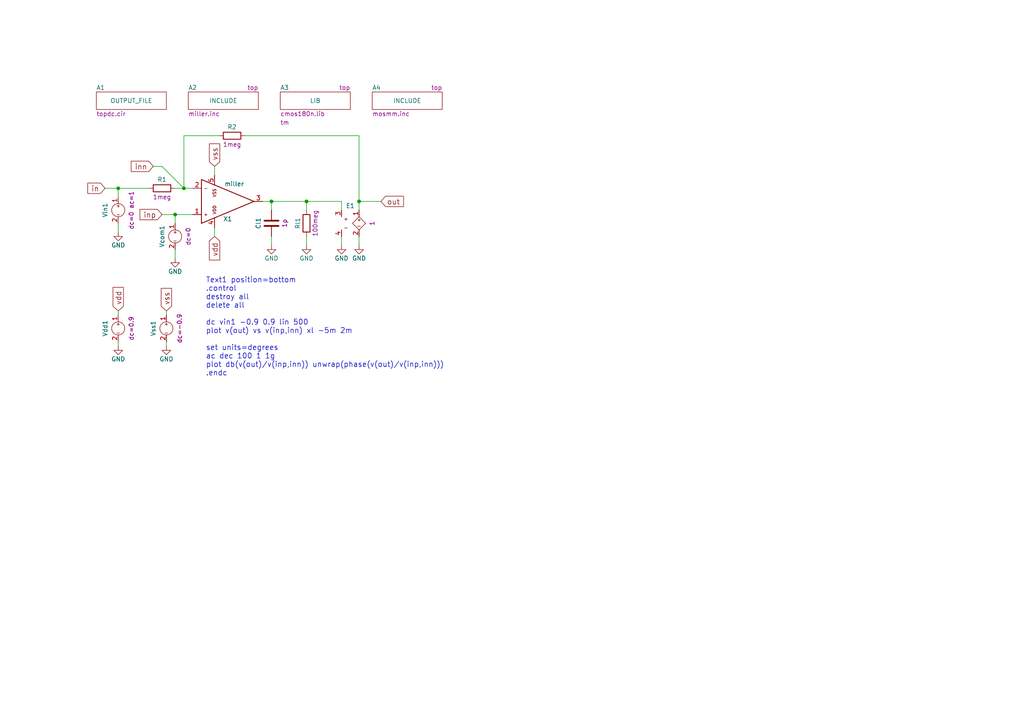
<source format=kicad_sch>
(kicad_sch (version 20211123) (generator eeschema)
  (paper "A4")
  (lib_symbols
    (symbol "power:GND" (power) (pin_names (offset 0))
      (property "Value" "GND" (at 0 -3.81 0))
      (symbol "GND_0_1"
        (polyline (pts (xy 0 0) (xy 0 -1.27) (xy 1.27 -1.27) (xy 0 -2.54) (xy -1.27 -1.27) (xy 0 -1.27)))
      )
      (symbol "GND_1_1"
        (pin power_in line (at 0 0 270) (length 0) hide (name "GND") (number "1"))
      )
    )
    (symbol "pyopus:CAP" (pin_numbers hide) (pin_names (offset 0.254))
      (property "Reference" "C" (at -3.81 0 90))
      (property "c" "<capacitance>" (at 3.81 0 90))
      (symbol "CAP_0_1"
        (polyline (pts (xy -2.032 -0.762) (xy 2.032 -0.762)) (stroke (width 0.508)))
        (polyline (pts (xy -2.032 0.762) (xy 2.032 0.762)) (stroke (width 0.508)))
      )
      (symbol "CAP_1_1"
        (pin passive line (at 0 3.81 270) (length 2.794) (name "~") (number "1"))
        (pin passive line (at 0 -3.81 90) (length 2.794) (name "~") (number "2"))
      )
    )
    (symbol "pyopus:INCLUDE" (pin_names (offset 1.016))
      (property "Reference" "A" (at -10.16 1.27 0))
      (property "Value" "INCLUDE" (at 0 -2.54 0))
      (property "Filename" "<file name>" (at -10.16 -6.35 0))
      (property "Position" "top" (at 10.16 1.27 0))
      (symbol "INCLUDE_0_1"
        (rectangle (start -10.16 0) (end 10.16 -5.08))
      )
    )
    (symbol "pyopus:LIB" (pin_names (offset 1.016))
      (property "Reference" "A" (at -10.16 1.27 0))
      (property "Value" "LIB" (at 0 -2.54 0))
      (property "Filename" "<file name>" (at -10.16 -6.35 0))
      (property "Section" "<section>" (at -10.16 -8.89 0))
      (property "Position" "top" (at 10.16 1.27 0))
      (symbol "LIB_0_1"
        (rectangle (start -10.16 0) (end 10.16 -5.08))
      )
    )
    (symbol "pyopus:OPAMP" (pin_names hide)
      (property "Reference" "X" (at 0 5.08 0))
      (property "Value" "OPAMP" (at 1.905 -5.08 0))
      (symbol "OPAMP_0_0"
        (text "+" (at -6.985 3.81 0) (effects (font (size 0.889 0.889)) (justify left)))
        (text "-" (at -6.985 -3.81 0) (effects (font (size 0.889 0.889)) (justify left)))
        (text "VDD" (at -3.81 3.81 900) (effects (font (size 0.889 0.889)) (justify right)))
        (text "VSS" (at -3.81 -3.81 900) (effects (font (size 0.889 0.889)) (justify left)))
      )
      (symbol "OPAMP_0_1"
        (polyline (pts (xy -7.62 6.35) (xy -7.62 -6.35) (xy 7.62 0) (xy -7.62 6.35)) (stroke (width 0.254)))
      )
      (symbol "OPAMP_1_1"
        (pin input line (at -10.16 3.81 0) (length 2.54) (name "+") (number "1"))
        (pin input line (at -10.16 -3.81 0) (length 2.54) (name "-") (number "2"))
        (pin output line (at 10.16 0 180) (length 2.54) (name "out") (number "3"))
        (pin input line (at -3.81 7.62 270) (length 2.921) (name "vdd") (number "4"))
        (pin input line (at -3.81 -7.62 90) (length 2.921) (name "vss") (number "5"))
      )
    )
    (symbol "pyopus:OUTPUT_FILE" (pin_names (offset 1.016))
      (property "Reference" "A" (at -10.16 1.27 0))
      (property "Value" "OUTPUT_FILE" (at 0 -2.54 0))
      (property "Name" "<file name>" (at -10.16 -6.35 0))
      (symbol "OUTPUT_FILE_0_1"
        (rectangle (start -10.16 0) (end 10.16 -5.08))
      )
    )
    (symbol "pyopus:RES" (pin_numbers hide) (pin_names (offset 0))
      (property "Reference" "R" (at -2.54 0 90))
      (property "r" "<resistance>" (at 2.54 0 90))
      (symbol "RES_0_1"
        (rectangle (start -1.016 -2.54) (end 1.016 2.54) (stroke (width 0.254)))
      )
      (symbol "RES_1_1"
        (pin passive line (at 0 3.81 270) (length 1.27) (name "~") (number "1"))
        (pin passive line (at 0 -3.81 90) (length 1.27) (name "~") (number "2"))
      )
    )
    (symbol "pyopus:VCVS" (pin_names (offset 0) hide)
      (property "Reference" "E" (at 0 5.08 0))
      (property "gain" "<gain>" (at 6.35 0 90))
      (symbol "VCVS_0_0"
        (polyline (pts (xy 2.54 1.905) (xy 0.635 0) (xy 2.54 -1.905) (xy 4.445 0) (xy 2.54 1.905)) (stroke (width 0.1524)))
        (text "+" (at -1.27 1.27 0) (effects (font (size 0.9906 0.9906))))
        (text "+" (at 2.54 1.016 0) (effects (font (size 0.9906 0.9906))))
        (text "-" (at -1.27 -1.27 0) (effects (font (size 0.9906 0.9906))))
        (text "-" (at 2.54 -0.762 0) (effects (font (size 0.9906 0.9906))))
      )
      (symbol "VCVS_1_1"
        (pin passive line (at 2.54 3.81 270) (length 1.905) (name "P") (number "1"))
        (pin power_out line (at 2.54 -3.81 90) (length 1.905) (name "N") (number "2"))
        (pin input line (at -2.54 3.81 270) (length 1.905) (name "CP") (number "3"))
        (pin input line (at -2.54 -3.81 90) (length 1.905) (name "CN") (number "4"))
      )
    )
    (symbol "pyopus:VSRC" (pin_names (offset 0) hide)
      (property "Reference" "V" (at -3.81 0 90))
      (property "Specification" "dc=0" (at 3.81 0 90))
      (symbol "VSRC_0_0"
        (circle (center 0 0) (radius 1.905) (stroke (width 0.1524)))
        (text "+" (at 0 1.27 0) (effects (font (size 0.9906 0.9906))))
        (text "-" (at 0 -1.27 0) (effects (font (size 0.9906 0.9906))))
      )
      (symbol "VSRC_1_1"
        (pin passive line (at 0 3.81 270) (length 1.905) (name "P") (number "1"))
        (pin power_out line (at 0 -3.81 90) (length 1.905) (name "N") (number "2"))
      )
    )
  )
  (junction (at 104.14 58.42))
  (junction (at 50.8 62.23))
  (junction (at 34.29 54.61))
  (junction (at 53.34 54.61))
  (junction (at 88.9 58.42))
  (junction (at 78.74 58.42))
  (wire (pts (xy 104.14 58.42) (xy 104.14 60.96)))
  (wire (pts (xy 76.2 58.42) (xy 78.74 58.42)))
  (wire (pts (xy 46.99 48.26) (xy 44.45 48.26)))
  (wire (pts (xy 104.14 58.42) (xy 110.49 58.42)))
  (wire (pts (xy 34.29 54.61) (xy 43.18 54.61)))
  (wire (pts (xy 50.8 54.61) (xy 53.34 54.61)))
  (wire (pts (xy 34.29 57.15) (xy 34.29 54.61)))
  (wire (pts (xy 88.9 68.58) (xy 88.9 71.12)))
  (wire (pts (xy 48.26 99.06) (xy 48.26 100.33)))
  (wire (pts (xy 53.34 39.37) (xy 63.5 39.37)))
  (wire (pts (xy 62.23 66.04) (xy 62.23 68.58)))
  (wire (pts (xy 78.74 58.42) (xy 88.9 58.42)))
  (wire (pts (xy 34.29 99.06) (xy 34.29 100.33)))
  (wire (pts (xy 53.34 54.61) (xy 55.88 54.61)))
  (wire (pts (xy 71.12 39.37) (xy 104.14 39.37)))
  (wire (pts (xy 53.34 54.61) (xy 46.99 48.26)))
  (wire (pts (xy 50.8 62.23) (xy 55.88 62.23)))
  (wire (pts (xy 88.9 58.42) (xy 99.06 58.42)))
  (wire (pts (xy 62.23 50.8) (xy 62.23 48.26)))
  (wire (pts (xy 30.48 54.61) (xy 34.29 54.61)))
  (wire (pts (xy 88.9 58.42) (xy 88.9 60.96)))
  (wire (pts (xy 104.14 39.37) (xy 104.14 58.42)))
  (wire (pts (xy 78.74 71.12) (xy 78.74 68.58)))
  (wire (pts (xy 99.06 58.42) (xy 99.06 60.96)))
  (wire (pts (xy 46.99 62.23) (xy 50.8 62.23)))
  (wire (pts (xy 50.8 62.23) (xy 50.8 64.77)))
  (wire (pts (xy 99.06 68.58) (xy 99.06 71.12)))
  (wire (pts (xy 53.34 39.37) (xy 53.34 54.61)))
  (wire (pts (xy 50.8 72.39) (xy 50.8 74.93)))
  (wire (pts (xy 78.74 60.96) (xy 78.74 58.42)))
  (wire (pts (xy 104.14 68.58) (xy 104.14 71.12)))
  (wire (pts (xy 34.29 64.77) (xy 34.29 67.31)))
  (wire (pts (xy 34.29 91.44) (xy 34.29 90.17)))
  (wire (pts (xy 48.26 91.44) (xy 48.26 90.17)))
  (text "Text1 position=bottom\n.control\ndestroy all\ndelete all\n\ndc vin1 -0.9 0.9 lin 500\nplot v(out) vs v(inp,inn) xl -5m 2m\n\nset units=degrees\nac dec 100 1 1g\nplot db(v(out)/v(inp,inn)) unwrap(phase(v(out)/v(inp,inn)))\n.endc\n" (at 59.69 109.22 0) (effects (font (size 1.524 1.524)) (justify left bottom)))
  (global_label "vdd" (shape input) (at 62.23 68.58 270) (effects (font (size 1.524 1.524))) (property "Intersheet References" "${INTERSHEET_REFS}" (effects hide)))
  (global_label "vss" (shape input) (at 62.23 48.26 90) (effects (font (size 1.524 1.524))) (property "Intersheet References" "${INTERSHEET_REFS}" (effects hide)))
  (global_label "in" (shape input) (at 30.48 54.61 180) (effects (font (size 1.524 1.524))) (property "Intersheet References" "${INTERSHEET_REFS}" (effects hide)))
  (global_label "inp" (shape input) (at 46.99 62.23 180) (effects (font (size 1.524 1.524))) (property "Intersheet References" "${INTERSHEET_REFS}" (effects hide)))
  (global_label "out" (shape input) (at 110.49 58.42 0) (effects (font (size 1.524 1.524))) (property "Intersheet References" "${INTERSHEET_REFS}" (effects hide)))
  (global_label "vdd" (shape input) (at 34.29 90.17 90) (effects (font (size 1.524 1.524))) (property "Intersheet References" "${INTERSHEET_REFS}" (effects hide)))
  (global_label "inn" (shape input) (at 44.45 48.26 180) (effects (font (size 1.524 1.524))) (property "Intersheet References" "${INTERSHEET_REFS}" (effects hide)))
  (global_label "vss" (shape input) (at 48.26 90.17 90) (effects (font (size 1.524 1.524))) (property "Intersheet References" "${INTERSHEET_REFS}" (effects hide)))
  (symbol (lib_id "pyopus:OPAMP") (at 66.04 58.42 0) (mirror x) (unit 1)
    (property "Reference" "X1" (at 66.04 63.5 0))
    (property "Value" "miller" (at 67.945 53.34 0))
  )
  (symbol (lib_id "pyopus:VSRC") (at 48.26 95.25 0) (unit 1)
    (property "Reference" "Vss1" (at 44.45 95.25 90))
    (property "Value" "VSRC" (effects hide))
    (property "Specification" "dc=-0.9" (at 52.07 95.25 90))
  )
  (symbol (lib_id "pyopus:VSRC") (at 34.29 95.25 0) (unit 1)
    (property "Reference" "Vdd1" (at 30.48 95.25 90))
    (property "Value" "VSRC" (effects hide))
    (property "Specification" "dc=0.9" (at 38.1 95.25 90))
  )
  (symbol (lib_id "pyopus:RES") (at 67.31 39.37 270) (unit 1)
    (property "Reference" "R2" (at 67.31 36.83 90))
    (property "Value" "RES" (effects hide))
    (property "r" "1meg" (at 67.31 41.91 90))
  )
  (symbol (lib_id "pyopus:RES") (at 46.99 54.61 270) (unit 1)
    (property "Reference" "R1" (at 46.99 52.07 90))
    (property "Value" "RES" (effects hide))
    (property "r" "1meg" (at 46.99 57.15 90))
  )
  (symbol (lib_id "pyopus:VSRC") (at 50.8 68.58 0) (unit 1)
    (property "Reference" "Vcom1" (at 46.99 68.58 90))
    (property "Value" "VSRC" (effects hide))
    (property "Specification" "dc=0" (at 54.61 68.58 90))
  )
  (symbol (lib_id "power:GND") (at 48.26 100.33 0) (unit 1)
    (property "Reference" "#PWR01" (effects hide))
    (property "Value" "GND" (at 48.26 104.14 0))
  )
  (symbol (lib_id "power:GND") (at 34.29 100.33 0) (unit 1)
    (property "Reference" "#PWR02" (effects hide))
    (property "Value" "GND" (at 34.29 104.14 0))
  )
  (symbol (lib_id "power:GND") (at 50.8 74.93 0) (unit 1)
    (property "Reference" "#PWR03" (effects hide))
    (property "Value" "GND" (at 50.8 78.74 0))
  )
  (symbol (lib_id "pyopus:VSRC") (at 34.29 60.96 0) (unit 1)
    (property "Reference" "Vin1" (at 30.48 60.96 90))
    (property "Value" "VSRC" (effects hide))
    (property "Specification" "dc=0 ac=1" (at 38.1 60.96 90))
  )
  (symbol (lib_id "power:GND") (at 34.29 67.31 0) (unit 1)
    (property "Reference" "#PWR04" (effects hide))
    (property "Value" "GND" (at 34.29 71.12 0))
  )
  (symbol (lib_id "pyopus:OUTPUT_FILE") (at 38.1 26.67 0) (unit 1)
    (property "Reference" "A1" (at 27.94 25.4 0) (effects (justify left)))
    (property "Value" "OUTPUT_FILE" (at 38.1 29.21 0))
    (property "Name" "topdc.cir" (at 27.94 33.02 0) (effects (justify left)))
  )
  (symbol (lib_id "pyopus:INCLUDE") (at 64.77 26.67 0) (unit 1)
    (property "Reference" "A2" (at 54.61 25.4 0) (effects (justify left)))
    (property "Value" "INCLUDE" (at 64.77 29.21 0))
    (property "Filename" "miller.inc" (at 54.61 33.02 0) (effects (justify left)))
    (property "Position" "top" (at 74.93 25.4 0) (effects (justify right)))
  )
  (symbol (lib_id "pyopus:LIB") (at 91.44 26.67 0) (unit 1)
    (property "Reference" "A3" (at 81.28 25.4 0) (effects (justify left)))
    (property "Value" "LIB" (at 91.44 29.21 0))
    (property "Filename" "cmos180n.lib" (at 81.28 33.02 0) (effects (justify left)))
    (property "Section" "tm" (at 81.28 35.56 0) (effects (justify left)))
    (property "Position" "top" (at 101.6 25.4 0) (effects (justify right)))
  )
  (symbol (lib_id "pyopus:CAP") (at 78.74 64.77 0) (unit 1)
    (property "Reference" "Cl1" (at 74.93 64.77 90))
    (property "Value" "CAP" (effects hide))
    (property "c" "1p" (at 82.55 64.77 90))
  )
  (symbol (lib_id "power:GND") (at 78.74 71.12 0) (unit 1)
    (property "Reference" "#PWR05" (effects hide))
    (property "Value" "GND" (at 78.74 74.93 0))
  )
  (symbol (lib_id "pyopus:INCLUDE") (at 118.11 26.67 0) (unit 1)
    (property "Reference" "A4" (at 107.95 25.4 0) (effects (justify left)))
    (property "Value" "INCLUDE" (at 118.11 29.21 0))
    (property "Filename" "mosmm.inc" (at 107.95 33.02 0) (effects (justify left)))
    (property "Position" "top" (at 128.27 25.4 0) (effects (justify right)))
  )
  (symbol (lib_id "pyopus:VCVS") (at 101.6 64.77 0) (unit 1)
    (property "Reference" "E1" (at 101.6 59.69 0))
    (property "Value" "VCVS" (effects hide))
    (property "gain" "1" (at 107.95 64.77 90))
  )
  (symbol (lib_id "power:GND") (at 104.14 71.12 0) (unit 1)
    (property "Reference" "#PWR06" (effects hide))
    (property "Value" "GND" (at 104.14 74.93 0))
  )
  (symbol (lib_id "power:GND") (at 99.06 71.12 0) (unit 1)
    (property "Reference" "#PWR07" (effects hide))
    (property "Value" "GND" (at 99.06 74.93 0))
  )
  (symbol (lib_id "pyopus:RES") (at 88.9 64.77 0) (unit 1)
    (property "Reference" "Rl1" (at 86.36 64.77 90))
    (property "Value" "RES" (effects hide))
    (property "r" "100meg" (at 91.44 64.77 90))
  )
  (symbol (lib_id "power:GND") (at 88.9 71.12 0) (unit 1)
    (property "Reference" "#PWR08" (effects hide))
    (property "Value" "GND" (at 88.9 74.93 0))
  )
)
</source>
